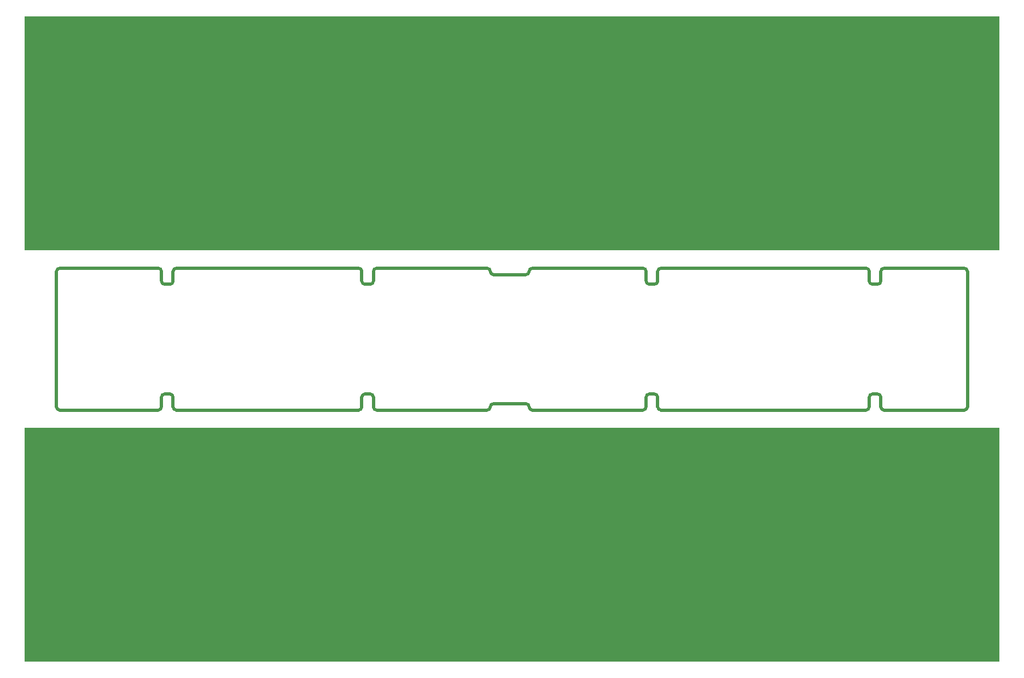
<source format=gbr>
%TF.GenerationSoftware,Altium Limited,Altium Designer,19.0.15 (446)*%
G04 Layer_Color=16711935*
%FSLAX45Y45*%
%MOMM*%
%TF.FileFunction,Keep-out,Top*%
%TF.Part,CustomerPanel*%
G01*
G75*
%TA.AperFunction,NonConductor*%
%ADD119C,0.50000*%
%ADD207R,150.92680X36.31052*%
D119*
X9814020Y5950380D02*
G03*
X9864020Y5900380I50000J0D01*
G01*
X9162443D02*
G03*
X9212443Y5950380I0J50000D01*
G01*
X9814020D02*
G03*
X9764020Y6000380I-50000J0D01*
G01*
X9262443D02*
G03*
X9212443Y5950380I0J-50000D01*
G01*
X9864020Y8100358D02*
G03*
X9814020Y8050359I0J-50000D01*
G01*
X9212443D02*
G03*
X9162443Y8100358I-50000J0D01*
G01*
X9212443Y8050359D02*
G03*
X9262443Y8000359I50000J0D01*
G01*
X9764020D02*
G03*
X9814020Y8050359I0J50000D01*
G01*
X7454356Y8100358D02*
G03*
X7404356Y8050358I0J-50000D01*
G01*
X7224366Y7900358D02*
G03*
X7274366Y7850358I50000J0D01*
G01*
X7354366D02*
G03*
X7404366Y7900358I0J50000D01*
G01*
X7224366Y8050358D02*
G03*
X7174366Y8100358I-50000J0D01*
G01*
X4353106Y8099620D02*
G03*
X4303106Y8049620I0J-50000D01*
G01*
X4123116Y7899620D02*
G03*
X4173116Y7849621I50000J0D01*
G01*
X4253116D02*
G03*
X4303116Y7899620I0J50000D01*
G01*
X4123116Y8049620D02*
G03*
X4073116Y8099620I-50000J0D01*
G01*
X16549120Y5900459D02*
G03*
X16599120Y5950459I0J50000D01*
G01*
X16598019Y8050359D02*
G03*
X16548120Y8100259I-49900J0D01*
G01*
X15208116Y7850459D02*
G03*
X15258015Y7900359I0J49900D01*
G01*
X15078116D02*
G03*
X15128017Y7850459I49900J0D01*
G01*
X15308116Y8100159D02*
G03*
X15258215Y8050259I0J-49900D01*
G01*
X15078017Y8050359D02*
G03*
X15028116Y8100259I-49900J0D01*
G01*
X15128107Y6150458D02*
G03*
X15078107Y6100458I0J-50000D01*
G01*
X15258105D02*
G03*
X15208105Y6150458I-50000J0D01*
G01*
X15258105Y5950459D02*
G03*
X15308105Y5900459I50000J0D01*
G01*
X15028116D02*
G03*
X15078116Y5950459I0J50000D01*
G01*
X2499120D02*
G03*
X2549120Y5900459I50000J0D01*
G01*
Y8100248D02*
G03*
X2499220Y8050348I0J-49900D01*
G01*
X11624176Y8050458D02*
G03*
X11574276Y8100358I-49900J0D01*
G01*
X11854276Y8100259D02*
G03*
X11804376Y8050359I0J-49900D01*
G01*
X11624276Y7900458D02*
G03*
X11674176Y7850558I49900J0D01*
G01*
X11574286Y5900459D02*
G03*
X11624286Y5950459I0J50000D01*
G01*
X11804276D02*
G03*
X11854276Y5900459I50000J0D01*
G01*
X11804276Y6100458D02*
G03*
X11754276Y6150458I-50000J0D01*
G01*
X7404356Y5950459D02*
G03*
X7454356Y5900459I50000J0D01*
G01*
X7404356Y6100458D02*
G03*
X7354356Y6150458I-50000J0D01*
G01*
X4303116Y5950459D02*
G03*
X4353116Y5900459I50000J0D01*
G01*
X4173116Y6150458D02*
G03*
X4123116Y6100458I0J-50000D01*
G01*
X11754276Y7850558D02*
G03*
X11804176Y7900458I0J49900D01*
G01*
X11674276Y6150458D02*
G03*
X11624276Y6100458I0J-50000D01*
G01*
X7274356Y6150458D02*
G03*
X7224356Y6100458I0J-50000D01*
G01*
X7174366Y5900459D02*
G03*
X7224366Y5950459I0J50000D01*
G01*
X4303116Y6100458D02*
G03*
X4253116Y6150458I-50000J0D01*
G01*
X4073126Y5900459D02*
G03*
X4123126Y5950459I0J50000D01*
G01*
X7454356Y5900459D02*
X9162365D01*
X9864020Y5900380D02*
X11574286D01*
X9262443Y6000380D02*
X9764020D01*
X16598019Y8050359D02*
X16599120Y5950459D01*
X2499220Y5950558D02*
Y8050348D01*
X9262443Y8000359D02*
X9764020D01*
X7454356Y8100358D02*
X9162443D01*
X9864020D02*
X11574276Y8100358D01*
X15308105Y5900459D02*
X16549120D01*
X15308116Y8100259D02*
X16548120D01*
X11854276D02*
X15028116D01*
X11854276Y5900459D02*
X15028116D01*
X4353106Y8100358D02*
X7174366D01*
X4353116Y5900459D02*
X7174366D01*
X2549120D02*
X4073126D01*
X2549120Y8100248D02*
X4073116D01*
X7274366Y7850358D02*
X7354366D01*
X7404366Y7900358D02*
Y8050358D01*
X7224356Y7901303D02*
Y8050358D01*
X4173116Y7849620D02*
X4253116D01*
X4303116Y7899620D02*
Y8049620D01*
X4123106Y7900565D02*
Y8049620D01*
X15128116Y7850359D02*
X15208116D01*
X15078116Y7900359D02*
Y8050359D01*
X15258116Y7900359D02*
Y8050359D01*
X15128107Y6150459D02*
X15208105D01*
X15258105Y5950459D02*
Y6100458D01*
X15078107Y5950459D02*
Y6100458D01*
X11624276Y5950459D02*
Y6100458D01*
X7404366Y5950459D02*
Y6100458D01*
X7224356Y5950459D02*
Y6100458D01*
X4303126Y5950459D02*
Y6099514D01*
X11804276Y5950459D02*
Y6100458D01*
Y7900458D02*
Y8050458D01*
X4123116Y5950459D02*
Y6100458D01*
X11674276Y6150459D02*
X11754276D01*
X11624276Y7900458D02*
Y8050458D01*
X11674276Y7850459D02*
X11754276D01*
X7274356Y6150459D02*
X7354366D01*
X4173116D02*
X4253116D01*
D207*
X9547860Y3814506D02*
D03*
Y10188514D02*
D03*
%TF.MD5,a1e9b53c5db3f35982d2998960a7f930*%
M02*

</source>
